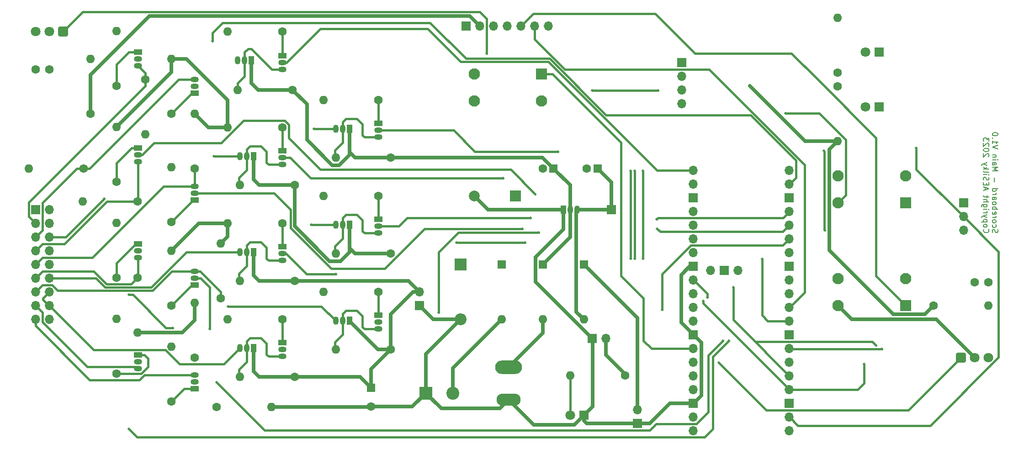
<source format=gbr>
%TF.GenerationSoftware,KiCad,Pcbnew,7.0.2*%
%TF.CreationDate,2023-07-21T23:10:52-07:00*%
%TF.ProjectId,Score-Board,53636f72-652d-4426-9f61-72642e6b6963,1*%
%TF.SameCoordinates,Original*%
%TF.FileFunction,Copper,L2,Bot*%
%TF.FilePolarity,Positive*%
%FSLAX46Y46*%
G04 Gerber Fmt 4.6, Leading zero omitted, Abs format (unit mm)*
G04 Created by KiCad (PCBNEW 7.0.2) date 2023-07-21 23:10:52*
%MOMM*%
%LPD*%
G01*
G04 APERTURE LIST*
G04 Aperture macros list*
%AMRoundRect*
0 Rectangle with rounded corners*
0 $1 Rounding radius*
0 $2 $3 $4 $5 $6 $7 $8 $9 X,Y pos of 4 corners*
0 Add a 4 corners polygon primitive as box body*
4,1,4,$2,$3,$4,$5,$6,$7,$8,$9,$2,$3,0*
0 Add four circle primitives for the rounded corners*
1,1,$1+$1,$2,$3*
1,1,$1+$1,$4,$5*
1,1,$1+$1,$6,$7*
1,1,$1+$1,$8,$9*
0 Add four rect primitives between the rounded corners*
20,1,$1+$1,$2,$3,$4,$5,0*
20,1,$1+$1,$4,$5,$6,$7,0*
20,1,$1+$1,$6,$7,$8,$9,0*
20,1,$1+$1,$8,$9,$2,$3,0*%
G04 Aperture macros list end*
%ADD10C,0.152400*%
%TA.AperFunction,NonConductor*%
%ADD11C,0.152400*%
%TD*%
%TA.AperFunction,ComponentPad*%
%ADD12O,1.700000X1.700000*%
%TD*%
%TA.AperFunction,ComponentPad*%
%ADD13R,1.700000X1.700000*%
%TD*%
%TA.AperFunction,ComponentPad*%
%ADD14C,1.600000*%
%TD*%
%TA.AperFunction,ComponentPad*%
%ADD15O,1.600000X1.600000*%
%TD*%
%TA.AperFunction,ComponentPad*%
%ADD16R,1.500000X1.050000*%
%TD*%
%TA.AperFunction,ComponentPad*%
%ADD17O,1.500000X1.050000*%
%TD*%
%TA.AperFunction,ComponentPad*%
%ADD18R,1.600000X1.600000*%
%TD*%
%TA.AperFunction,ComponentPad*%
%ADD19R,1.050000X1.500000*%
%TD*%
%TA.AperFunction,ComponentPad*%
%ADD20O,1.050000X1.500000*%
%TD*%
%TA.AperFunction,ComponentPad*%
%ADD21R,2.100000X2.100000*%
%TD*%
%TA.AperFunction,ComponentPad*%
%ADD22C,2.100000*%
%TD*%
%TA.AperFunction,ComponentPad*%
%ADD23R,2.400000X2.400000*%
%TD*%
%TA.AperFunction,ComponentPad*%
%ADD24C,2.400000*%
%TD*%
%TA.AperFunction,ComponentPad*%
%ADD25R,2.000000X2.000000*%
%TD*%
%TA.AperFunction,ComponentPad*%
%ADD26C,2.000000*%
%TD*%
%TA.AperFunction,ComponentPad*%
%ADD27O,5.000000X2.500000*%
%TD*%
%TA.AperFunction,ComponentPad*%
%ADD28O,4.500000X2.250000*%
%TD*%
%TA.AperFunction,ComponentPad*%
%ADD29R,1.800000X1.800000*%
%TD*%
%TA.AperFunction,ComponentPad*%
%ADD30C,1.800000*%
%TD*%
%TA.AperFunction,ComponentPad*%
%ADD31R,2.200000X2.200000*%
%TD*%
%TA.AperFunction,ComponentPad*%
%ADD32O,2.200000X2.200000*%
%TD*%
%TA.AperFunction,ComponentPad*%
%ADD33RoundRect,0.250200X-0.649800X-0.649800X0.649800X-0.649800X0.649800X0.649800X-0.649800X0.649800X0*%
%TD*%
%TA.AperFunction,ComponentPad*%
%ADD34RoundRect,0.250200X0.649800X0.649800X-0.649800X0.649800X-0.649800X-0.649800X0.649800X-0.649800X0*%
%TD*%
%TA.AperFunction,ViaPad*%
%ADD35C,0.508000*%
%TD*%
%TA.AperFunction,ViaPad*%
%ADD36C,0.635000*%
%TD*%
%TA.AperFunction,Conductor*%
%ADD37C,0.381000*%
%TD*%
%TA.AperFunction,Conductor*%
%ADD38C,0.711200*%
%TD*%
G04 APERTURE END LIST*
D10*
D11*
X221692640Y-84301476D02*
X221644259Y-84156333D01*
X221644259Y-84156333D02*
X221644259Y-83914428D01*
X221644259Y-83914428D02*
X221692640Y-83817666D01*
X221692640Y-83817666D02*
X221741020Y-83769285D01*
X221741020Y-83769285D02*
X221837782Y-83720904D01*
X221837782Y-83720904D02*
X221934544Y-83720904D01*
X221934544Y-83720904D02*
X222031306Y-83769285D01*
X222031306Y-83769285D02*
X222079687Y-83817666D01*
X222079687Y-83817666D02*
X222128068Y-83914428D01*
X222128068Y-83914428D02*
X222176449Y-84107952D01*
X222176449Y-84107952D02*
X222224830Y-84204714D01*
X222224830Y-84204714D02*
X222273211Y-84253095D01*
X222273211Y-84253095D02*
X222369973Y-84301476D01*
X222369973Y-84301476D02*
X222466735Y-84301476D01*
X222466735Y-84301476D02*
X222563497Y-84253095D01*
X222563497Y-84253095D02*
X222611878Y-84204714D01*
X222611878Y-84204714D02*
X222660259Y-84107952D01*
X222660259Y-84107952D02*
X222660259Y-83866047D01*
X222660259Y-83866047D02*
X222611878Y-83720904D01*
X221692640Y-82850047D02*
X221644259Y-82946809D01*
X221644259Y-82946809D02*
X221644259Y-83140333D01*
X221644259Y-83140333D02*
X221692640Y-83237095D01*
X221692640Y-83237095D02*
X221741020Y-83285476D01*
X221741020Y-83285476D02*
X221837782Y-83333857D01*
X221837782Y-83333857D02*
X222128068Y-83333857D01*
X222128068Y-83333857D02*
X222224830Y-83285476D01*
X222224830Y-83285476D02*
X222273211Y-83237095D01*
X222273211Y-83237095D02*
X222321592Y-83140333D01*
X222321592Y-83140333D02*
X222321592Y-82946809D01*
X222321592Y-82946809D02*
X222273211Y-82850047D01*
X221644259Y-82269476D02*
X221692640Y-82366238D01*
X221692640Y-82366238D02*
X221741020Y-82414619D01*
X221741020Y-82414619D02*
X221837782Y-82463000D01*
X221837782Y-82463000D02*
X222128068Y-82463000D01*
X222128068Y-82463000D02*
X222224830Y-82414619D01*
X222224830Y-82414619D02*
X222273211Y-82366238D01*
X222273211Y-82366238D02*
X222321592Y-82269476D01*
X222321592Y-82269476D02*
X222321592Y-82124333D01*
X222321592Y-82124333D02*
X222273211Y-82027571D01*
X222273211Y-82027571D02*
X222224830Y-81979190D01*
X222224830Y-81979190D02*
X222128068Y-81930809D01*
X222128068Y-81930809D02*
X221837782Y-81930809D01*
X221837782Y-81930809D02*
X221741020Y-81979190D01*
X221741020Y-81979190D02*
X221692640Y-82027571D01*
X221692640Y-82027571D02*
X221644259Y-82124333D01*
X221644259Y-82124333D02*
X221644259Y-82269476D01*
X221644259Y-81495381D02*
X222321592Y-81495381D01*
X222128068Y-81495381D02*
X222224830Y-81447000D01*
X222224830Y-81447000D02*
X222273211Y-81398619D01*
X222273211Y-81398619D02*
X222321592Y-81301857D01*
X222321592Y-81301857D02*
X222321592Y-81205095D01*
X221692640Y-80479381D02*
X221644259Y-80576143D01*
X221644259Y-80576143D02*
X221644259Y-80769667D01*
X221644259Y-80769667D02*
X221692640Y-80866429D01*
X221692640Y-80866429D02*
X221789401Y-80914810D01*
X221789401Y-80914810D02*
X222176449Y-80914810D01*
X222176449Y-80914810D02*
X222273211Y-80866429D01*
X222273211Y-80866429D02*
X222321592Y-80769667D01*
X222321592Y-80769667D02*
X222321592Y-80576143D01*
X222321592Y-80576143D02*
X222273211Y-80479381D01*
X222273211Y-80479381D02*
X222176449Y-80431000D01*
X222176449Y-80431000D02*
X222079687Y-80431000D01*
X222079687Y-80431000D02*
X221982925Y-80914810D01*
X221644259Y-79995572D02*
X222660259Y-79995572D01*
X222273211Y-79995572D02*
X222321592Y-79898810D01*
X222321592Y-79898810D02*
X222321592Y-79705286D01*
X222321592Y-79705286D02*
X222273211Y-79608524D01*
X222273211Y-79608524D02*
X222224830Y-79560143D01*
X222224830Y-79560143D02*
X222128068Y-79511762D01*
X222128068Y-79511762D02*
X221837782Y-79511762D01*
X221837782Y-79511762D02*
X221741020Y-79560143D01*
X221741020Y-79560143D02*
X221692640Y-79608524D01*
X221692640Y-79608524D02*
X221644259Y-79705286D01*
X221644259Y-79705286D02*
X221644259Y-79898810D01*
X221644259Y-79898810D02*
X221692640Y-79995572D01*
X221644259Y-78931191D02*
X221692640Y-79027953D01*
X221692640Y-79027953D02*
X221741020Y-79076334D01*
X221741020Y-79076334D02*
X221837782Y-79124715D01*
X221837782Y-79124715D02*
X222128068Y-79124715D01*
X222128068Y-79124715D02*
X222224830Y-79076334D01*
X222224830Y-79076334D02*
X222273211Y-79027953D01*
X222273211Y-79027953D02*
X222321592Y-78931191D01*
X222321592Y-78931191D02*
X222321592Y-78786048D01*
X222321592Y-78786048D02*
X222273211Y-78689286D01*
X222273211Y-78689286D02*
X222224830Y-78640905D01*
X222224830Y-78640905D02*
X222128068Y-78592524D01*
X222128068Y-78592524D02*
X221837782Y-78592524D01*
X221837782Y-78592524D02*
X221741020Y-78640905D01*
X221741020Y-78640905D02*
X221692640Y-78689286D01*
X221692640Y-78689286D02*
X221644259Y-78786048D01*
X221644259Y-78786048D02*
X221644259Y-78931191D01*
X221644259Y-77721667D02*
X222176449Y-77721667D01*
X222176449Y-77721667D02*
X222273211Y-77770048D01*
X222273211Y-77770048D02*
X222321592Y-77866810D01*
X222321592Y-77866810D02*
X222321592Y-78060334D01*
X222321592Y-78060334D02*
X222273211Y-78157096D01*
X221692640Y-77721667D02*
X221644259Y-77818429D01*
X221644259Y-77818429D02*
X221644259Y-78060334D01*
X221644259Y-78060334D02*
X221692640Y-78157096D01*
X221692640Y-78157096D02*
X221789401Y-78205477D01*
X221789401Y-78205477D02*
X221886163Y-78205477D01*
X221886163Y-78205477D02*
X221982925Y-78157096D01*
X221982925Y-78157096D02*
X222031306Y-78060334D01*
X222031306Y-78060334D02*
X222031306Y-77818429D01*
X222031306Y-77818429D02*
X222079687Y-77721667D01*
X221644259Y-77237858D02*
X222321592Y-77237858D01*
X222128068Y-77237858D02*
X222224830Y-77189477D01*
X222224830Y-77189477D02*
X222273211Y-77141096D01*
X222273211Y-77141096D02*
X222321592Y-77044334D01*
X222321592Y-77044334D02*
X222321592Y-76947572D01*
X221644259Y-76173477D02*
X222660259Y-76173477D01*
X221692640Y-76173477D02*
X221644259Y-76270239D01*
X221644259Y-76270239D02*
X221644259Y-76463763D01*
X221644259Y-76463763D02*
X221692640Y-76560525D01*
X221692640Y-76560525D02*
X221741020Y-76608906D01*
X221741020Y-76608906D02*
X221837782Y-76657287D01*
X221837782Y-76657287D02*
X222128068Y-76657287D01*
X222128068Y-76657287D02*
X222224830Y-76608906D01*
X222224830Y-76608906D02*
X222273211Y-76560525D01*
X222273211Y-76560525D02*
X222321592Y-76463763D01*
X222321592Y-76463763D02*
X222321592Y-76270239D01*
X222321592Y-76270239D02*
X222273211Y-76173477D01*
X222031306Y-74915573D02*
X222031306Y-74141478D01*
X221644259Y-72883573D02*
X222660259Y-72883573D01*
X222660259Y-72883573D02*
X221934544Y-72544906D01*
X221934544Y-72544906D02*
X222660259Y-72206239D01*
X222660259Y-72206239D02*
X221644259Y-72206239D01*
X221644259Y-71287001D02*
X222176449Y-71287001D01*
X222176449Y-71287001D02*
X222273211Y-71335382D01*
X222273211Y-71335382D02*
X222321592Y-71432144D01*
X222321592Y-71432144D02*
X222321592Y-71625668D01*
X222321592Y-71625668D02*
X222273211Y-71722430D01*
X221692640Y-71287001D02*
X221644259Y-71383763D01*
X221644259Y-71383763D02*
X221644259Y-71625668D01*
X221644259Y-71625668D02*
X221692640Y-71722430D01*
X221692640Y-71722430D02*
X221789401Y-71770811D01*
X221789401Y-71770811D02*
X221886163Y-71770811D01*
X221886163Y-71770811D02*
X221982925Y-71722430D01*
X221982925Y-71722430D02*
X222031306Y-71625668D01*
X222031306Y-71625668D02*
X222031306Y-71383763D01*
X222031306Y-71383763D02*
X222079687Y-71287001D01*
X221644259Y-70803192D02*
X222321592Y-70803192D01*
X222660259Y-70803192D02*
X222611878Y-70851573D01*
X222611878Y-70851573D02*
X222563497Y-70803192D01*
X222563497Y-70803192D02*
X222611878Y-70754811D01*
X222611878Y-70754811D02*
X222660259Y-70803192D01*
X222660259Y-70803192D02*
X222563497Y-70803192D01*
X222321592Y-70319382D02*
X221644259Y-70319382D01*
X222224830Y-70319382D02*
X222273211Y-70271001D01*
X222273211Y-70271001D02*
X222321592Y-70174239D01*
X222321592Y-70174239D02*
X222321592Y-70029096D01*
X222321592Y-70029096D02*
X222273211Y-69932334D01*
X222273211Y-69932334D02*
X222176449Y-69883953D01*
X222176449Y-69883953D02*
X221644259Y-69883953D01*
X222660259Y-68771192D02*
X221644259Y-68432525D01*
X221644259Y-68432525D02*
X222660259Y-68093858D01*
X221644259Y-67223001D02*
X221644259Y-67803573D01*
X221644259Y-67513287D02*
X222660259Y-67513287D01*
X222660259Y-67513287D02*
X222515116Y-67610049D01*
X222515116Y-67610049D02*
X222418354Y-67706811D01*
X222418354Y-67706811D02*
X222369973Y-67803573D01*
X221741020Y-66787573D02*
X221692640Y-66739192D01*
X221692640Y-66739192D02*
X221644259Y-66787573D01*
X221644259Y-66787573D02*
X221692640Y-66835954D01*
X221692640Y-66835954D02*
X221741020Y-66787573D01*
X221741020Y-66787573D02*
X221644259Y-66787573D01*
X222660259Y-66110239D02*
X222660259Y-66013477D01*
X222660259Y-66013477D02*
X222611878Y-65916715D01*
X222611878Y-65916715D02*
X222563497Y-65868334D01*
X222563497Y-65868334D02*
X222466735Y-65819953D01*
X222466735Y-65819953D02*
X222273211Y-65771572D01*
X222273211Y-65771572D02*
X222031306Y-65771572D01*
X222031306Y-65771572D02*
X221837782Y-65819953D01*
X221837782Y-65819953D02*
X221741020Y-65868334D01*
X221741020Y-65868334D02*
X221692640Y-65916715D01*
X221692640Y-65916715D02*
X221644259Y-66013477D01*
X221644259Y-66013477D02*
X221644259Y-66110239D01*
X221644259Y-66110239D02*
X221692640Y-66207001D01*
X221692640Y-66207001D02*
X221741020Y-66255382D01*
X221741020Y-66255382D02*
X221837782Y-66303763D01*
X221837782Y-66303763D02*
X222031306Y-66352144D01*
X222031306Y-66352144D02*
X222273211Y-66352144D01*
X222273211Y-66352144D02*
X222466735Y-66303763D01*
X222466735Y-66303763D02*
X222563497Y-66255382D01*
X222563497Y-66255382D02*
X222611878Y-66207001D01*
X222611878Y-66207001D02*
X222660259Y-66110239D01*
X220095100Y-83672523D02*
X220046720Y-83720904D01*
X220046720Y-83720904D02*
X219998339Y-83866047D01*
X219998339Y-83866047D02*
X219998339Y-83962809D01*
X219998339Y-83962809D02*
X220046720Y-84107952D01*
X220046720Y-84107952D02*
X220143481Y-84204714D01*
X220143481Y-84204714D02*
X220240243Y-84253095D01*
X220240243Y-84253095D02*
X220433767Y-84301476D01*
X220433767Y-84301476D02*
X220578910Y-84301476D01*
X220578910Y-84301476D02*
X220772434Y-84253095D01*
X220772434Y-84253095D02*
X220869196Y-84204714D01*
X220869196Y-84204714D02*
X220965958Y-84107952D01*
X220965958Y-84107952D02*
X221014339Y-83962809D01*
X221014339Y-83962809D02*
X221014339Y-83866047D01*
X221014339Y-83866047D02*
X220965958Y-83720904D01*
X220965958Y-83720904D02*
X220917577Y-83672523D01*
X219998339Y-83091952D02*
X220046720Y-83188714D01*
X220046720Y-83188714D02*
X220095100Y-83237095D01*
X220095100Y-83237095D02*
X220191862Y-83285476D01*
X220191862Y-83285476D02*
X220482148Y-83285476D01*
X220482148Y-83285476D02*
X220578910Y-83237095D01*
X220578910Y-83237095D02*
X220627291Y-83188714D01*
X220627291Y-83188714D02*
X220675672Y-83091952D01*
X220675672Y-83091952D02*
X220675672Y-82946809D01*
X220675672Y-82946809D02*
X220627291Y-82850047D01*
X220627291Y-82850047D02*
X220578910Y-82801666D01*
X220578910Y-82801666D02*
X220482148Y-82753285D01*
X220482148Y-82753285D02*
X220191862Y-82753285D01*
X220191862Y-82753285D02*
X220095100Y-82801666D01*
X220095100Y-82801666D02*
X220046720Y-82850047D01*
X220046720Y-82850047D02*
X219998339Y-82946809D01*
X219998339Y-82946809D02*
X219998339Y-83091952D01*
X220675672Y-82317857D02*
X219659672Y-82317857D01*
X220627291Y-82317857D02*
X220675672Y-82221095D01*
X220675672Y-82221095D02*
X220675672Y-82027571D01*
X220675672Y-82027571D02*
X220627291Y-81930809D01*
X220627291Y-81930809D02*
X220578910Y-81882428D01*
X220578910Y-81882428D02*
X220482148Y-81834047D01*
X220482148Y-81834047D02*
X220191862Y-81834047D01*
X220191862Y-81834047D02*
X220095100Y-81882428D01*
X220095100Y-81882428D02*
X220046720Y-81930809D01*
X220046720Y-81930809D02*
X219998339Y-82027571D01*
X219998339Y-82027571D02*
X219998339Y-82221095D01*
X219998339Y-82221095D02*
X220046720Y-82317857D01*
X220675672Y-81495381D02*
X219998339Y-81253476D01*
X220675672Y-81011571D02*
X219998339Y-81253476D01*
X219998339Y-81253476D02*
X219756434Y-81350238D01*
X219756434Y-81350238D02*
X219708053Y-81398619D01*
X219708053Y-81398619D02*
X219659672Y-81495381D01*
X219998339Y-80624524D02*
X220675672Y-80624524D01*
X220482148Y-80624524D02*
X220578910Y-80576143D01*
X220578910Y-80576143D02*
X220627291Y-80527762D01*
X220627291Y-80527762D02*
X220675672Y-80431000D01*
X220675672Y-80431000D02*
X220675672Y-80334238D01*
X219998339Y-79995572D02*
X220675672Y-79995572D01*
X221014339Y-79995572D02*
X220965958Y-80043953D01*
X220965958Y-80043953D02*
X220917577Y-79995572D01*
X220917577Y-79995572D02*
X220965958Y-79947191D01*
X220965958Y-79947191D02*
X221014339Y-79995572D01*
X221014339Y-79995572D02*
X220917577Y-79995572D01*
X220675672Y-79076333D02*
X219853196Y-79076333D01*
X219853196Y-79076333D02*
X219756434Y-79124714D01*
X219756434Y-79124714D02*
X219708053Y-79173095D01*
X219708053Y-79173095D02*
X219659672Y-79269857D01*
X219659672Y-79269857D02*
X219659672Y-79415000D01*
X219659672Y-79415000D02*
X219708053Y-79511762D01*
X220046720Y-79076333D02*
X219998339Y-79173095D01*
X219998339Y-79173095D02*
X219998339Y-79366619D01*
X219998339Y-79366619D02*
X220046720Y-79463381D01*
X220046720Y-79463381D02*
X220095100Y-79511762D01*
X220095100Y-79511762D02*
X220191862Y-79560143D01*
X220191862Y-79560143D02*
X220482148Y-79560143D01*
X220482148Y-79560143D02*
X220578910Y-79511762D01*
X220578910Y-79511762D02*
X220627291Y-79463381D01*
X220627291Y-79463381D02*
X220675672Y-79366619D01*
X220675672Y-79366619D02*
X220675672Y-79173095D01*
X220675672Y-79173095D02*
X220627291Y-79076333D01*
X219998339Y-78592524D02*
X221014339Y-78592524D01*
X219998339Y-78157095D02*
X220530529Y-78157095D01*
X220530529Y-78157095D02*
X220627291Y-78205476D01*
X220627291Y-78205476D02*
X220675672Y-78302238D01*
X220675672Y-78302238D02*
X220675672Y-78447381D01*
X220675672Y-78447381D02*
X220627291Y-78544143D01*
X220627291Y-78544143D02*
X220578910Y-78592524D01*
X220675672Y-77818429D02*
X220675672Y-77431381D01*
X221014339Y-77673286D02*
X220143481Y-77673286D01*
X220143481Y-77673286D02*
X220046720Y-77624905D01*
X220046720Y-77624905D02*
X219998339Y-77528143D01*
X219998339Y-77528143D02*
X219998339Y-77431381D01*
X220288624Y-76367001D02*
X220288624Y-75883191D01*
X219998339Y-76463763D02*
X221014339Y-76125096D01*
X221014339Y-76125096D02*
X219998339Y-75786429D01*
X220530529Y-75447763D02*
X220530529Y-75109096D01*
X219998339Y-74963953D02*
X219998339Y-75447763D01*
X219998339Y-75447763D02*
X221014339Y-75447763D01*
X221014339Y-75447763D02*
X221014339Y-74963953D01*
X220046720Y-74576906D02*
X219998339Y-74431763D01*
X219998339Y-74431763D02*
X219998339Y-74189858D01*
X219998339Y-74189858D02*
X220046720Y-74093096D01*
X220046720Y-74093096D02*
X220095100Y-74044715D01*
X220095100Y-74044715D02*
X220191862Y-73996334D01*
X220191862Y-73996334D02*
X220288624Y-73996334D01*
X220288624Y-73996334D02*
X220385386Y-74044715D01*
X220385386Y-74044715D02*
X220433767Y-74093096D01*
X220433767Y-74093096D02*
X220482148Y-74189858D01*
X220482148Y-74189858D02*
X220530529Y-74383382D01*
X220530529Y-74383382D02*
X220578910Y-74480144D01*
X220578910Y-74480144D02*
X220627291Y-74528525D01*
X220627291Y-74528525D02*
X220724053Y-74576906D01*
X220724053Y-74576906D02*
X220820815Y-74576906D01*
X220820815Y-74576906D02*
X220917577Y-74528525D01*
X220917577Y-74528525D02*
X220965958Y-74480144D01*
X220965958Y-74480144D02*
X221014339Y-74383382D01*
X221014339Y-74383382D02*
X221014339Y-74141477D01*
X221014339Y-74141477D02*
X220965958Y-73996334D01*
X219998339Y-73560906D02*
X220675672Y-73560906D01*
X221014339Y-73560906D02*
X220965958Y-73609287D01*
X220965958Y-73609287D02*
X220917577Y-73560906D01*
X220917577Y-73560906D02*
X220965958Y-73512525D01*
X220965958Y-73512525D02*
X221014339Y-73560906D01*
X221014339Y-73560906D02*
X220917577Y-73560906D01*
X219998339Y-72931953D02*
X220046720Y-73028715D01*
X220046720Y-73028715D02*
X220143481Y-73077096D01*
X220143481Y-73077096D02*
X221014339Y-73077096D01*
X219998339Y-72544906D02*
X221014339Y-72544906D01*
X220385386Y-72448144D02*
X219998339Y-72157858D01*
X220675672Y-72157858D02*
X220288624Y-72544906D01*
X220675672Y-71819192D02*
X219998339Y-71577287D01*
X220675672Y-71335382D02*
X219998339Y-71577287D01*
X219998339Y-71577287D02*
X219756434Y-71674049D01*
X219756434Y-71674049D02*
X219708053Y-71722430D01*
X219708053Y-71722430D02*
X219659672Y-71819192D01*
X220917577Y-70222621D02*
X220965958Y-70174240D01*
X220965958Y-70174240D02*
X221014339Y-70077478D01*
X221014339Y-70077478D02*
X221014339Y-69835573D01*
X221014339Y-69835573D02*
X220965958Y-69738811D01*
X220965958Y-69738811D02*
X220917577Y-69690430D01*
X220917577Y-69690430D02*
X220820815Y-69642049D01*
X220820815Y-69642049D02*
X220724053Y-69642049D01*
X220724053Y-69642049D02*
X220578910Y-69690430D01*
X220578910Y-69690430D02*
X219998339Y-70271002D01*
X219998339Y-70271002D02*
X219998339Y-69642049D01*
X221014339Y-69013097D02*
X221014339Y-68916335D01*
X221014339Y-68916335D02*
X220965958Y-68819573D01*
X220965958Y-68819573D02*
X220917577Y-68771192D01*
X220917577Y-68771192D02*
X220820815Y-68722811D01*
X220820815Y-68722811D02*
X220627291Y-68674430D01*
X220627291Y-68674430D02*
X220385386Y-68674430D01*
X220385386Y-68674430D02*
X220191862Y-68722811D01*
X220191862Y-68722811D02*
X220095100Y-68771192D01*
X220095100Y-68771192D02*
X220046720Y-68819573D01*
X220046720Y-68819573D02*
X219998339Y-68916335D01*
X219998339Y-68916335D02*
X219998339Y-69013097D01*
X219998339Y-69013097D02*
X220046720Y-69109859D01*
X220046720Y-69109859D02*
X220095100Y-69158240D01*
X220095100Y-69158240D02*
X220191862Y-69206621D01*
X220191862Y-69206621D02*
X220385386Y-69255002D01*
X220385386Y-69255002D02*
X220627291Y-69255002D01*
X220627291Y-69255002D02*
X220820815Y-69206621D01*
X220820815Y-69206621D02*
X220917577Y-69158240D01*
X220917577Y-69158240D02*
X220965958Y-69109859D01*
X220965958Y-69109859D02*
X221014339Y-69013097D01*
X220917577Y-68287383D02*
X220965958Y-68239002D01*
X220965958Y-68239002D02*
X221014339Y-68142240D01*
X221014339Y-68142240D02*
X221014339Y-67900335D01*
X221014339Y-67900335D02*
X220965958Y-67803573D01*
X220965958Y-67803573D02*
X220917577Y-67755192D01*
X220917577Y-67755192D02*
X220820815Y-67706811D01*
X220820815Y-67706811D02*
X220724053Y-67706811D01*
X220724053Y-67706811D02*
X220578910Y-67755192D01*
X220578910Y-67755192D02*
X219998339Y-68335764D01*
X219998339Y-68335764D02*
X219998339Y-67706811D01*
X221014339Y-67368145D02*
X221014339Y-66739192D01*
X221014339Y-66739192D02*
X220627291Y-67077859D01*
X220627291Y-67077859D02*
X220627291Y-66932716D01*
X220627291Y-66932716D02*
X220578910Y-66835954D01*
X220578910Y-66835954D02*
X220530529Y-66787573D01*
X220530529Y-66787573D02*
X220433767Y-66739192D01*
X220433767Y-66739192D02*
X220191862Y-66739192D01*
X220191862Y-66739192D02*
X220095100Y-66787573D01*
X220095100Y-66787573D02*
X220046720Y-66835954D01*
X220046720Y-66835954D02*
X219998339Y-66932716D01*
X219998339Y-66932716D02*
X219998339Y-67223002D01*
X219998339Y-67223002D02*
X220046720Y-67319764D01*
X220046720Y-67319764D02*
X220095100Y-67368145D01*
D12*
%TO.P,U1,43,SWDIO*%
%TO.N,unconnected-(U1-SWDIO-Pad43)*%
X169455000Y-91286000D03*
D13*
%TO.P,U1,42,GND*%
%TO.N,unconnected-(U1-GND-Pad42)*%
X171995000Y-91286000D03*
D12*
%TO.P,U1,41,SWCLK*%
%TO.N,unconnected-(U1-SWCLK-Pad41)*%
X174535000Y-91286000D03*
%TO.P,U1,40,VBUS*%
%TO.N,unconnected-(U1-VBUS-Pad40)*%
X166229100Y-121016000D03*
%TO.P,U1,39,VSYS*%
%TO.N,VSS*%
X166229100Y-118476000D03*
D13*
%TO.P,U1,38,GND*%
%TO.N,GND*%
X166229100Y-115936000D03*
D12*
%TO.P,U1,37,3V3_EN*%
%TO.N,unconnected-(U1-3V3_EN-Pad37)*%
X166229100Y-113396000D03*
%TO.P,U1,36,3V3*%
%TO.N,+3.3V*%
X166229100Y-110856000D03*
%TO.P,U1,35,ADC_VREF*%
%TO.N,unconnected-(U1-ADC_VREF-Pad35)*%
X166229100Y-108316000D03*
%TO.P,U1,34,GPIO28_ADC2*%
%TO.N,/IR_2*%
X166229100Y-105776000D03*
D13*
%TO.P,U1,33,AGND*%
%TO.N,GND*%
X166229100Y-103236000D03*
D12*
%TO.P,U1,32,GPIO27_ADC1*%
%TO.N,/IR_1*%
X166229100Y-100696000D03*
%TO.P,U1,31,GPIO26_ADC0*%
%TO.N,/BZR*%
X166229100Y-98156000D03*
%TO.P,U1,30,RUN*%
%TO.N,/RESET*%
X166229100Y-95616000D03*
%TO.P,U1,29,GPIO22*%
%TO.N,/DE.IND*%
X166229100Y-93076000D03*
D13*
%TO.P,U1,28,GND*%
%TO.N,GND*%
X166229100Y-90536000D03*
D12*
%TO.P,U1,27,GPIO21*%
%TO.N,/DE.C01*%
X166229100Y-87996000D03*
%TO.P,U1,26,GPIO20*%
%TO.N,/DE.C10*%
X166229100Y-85456000D03*
%TO.P,U1,25,GPIO19*%
%TO.N,/DE.B01*%
X166229100Y-82916000D03*
%TO.P,U1,24,GPIO18*%
%TO.N,/DE.B10*%
X166229100Y-80376000D03*
D13*
%TO.P,U1,23,GND*%
%TO.N,GND*%
X166229100Y-77836000D03*
D12*
%TO.P,U1,22,GPIO17*%
%TO.N,/DE.A01*%
X166229100Y-75296000D03*
%TO.P,U1,21,GPIO16*%
%TO.N,/DE.A10*%
X166229100Y-72756000D03*
%TO.P,U1,20,GPIO15*%
%TO.N,/SE.A*%
X184009100Y-72756000D03*
%TO.P,U1,19,GPIO14*%
%TO.N,/SE.B*%
X184009100Y-75296000D03*
D13*
%TO.P,U1,18,GND*%
%TO.N,GND*%
X184009100Y-77836000D03*
D12*
%TO.P,U1,17,GPIO13*%
%TO.N,/SE.C*%
X184009100Y-80376000D03*
%TO.P,U1,16,GPIO12*%
%TO.N,/SE.D*%
X184009100Y-82916000D03*
%TO.P,U1,15,GPIO11*%
%TO.N,/SE.E*%
X184009100Y-85456000D03*
%TO.P,U1,14,GPIO10*%
%TO.N,/SE.F*%
X184009100Y-87996000D03*
D13*
%TO.P,U1,13,GND*%
%TO.N,GND*%
X184009100Y-90536000D03*
D12*
%TO.P,U1,12,GPIO9*%
%TO.N,/SE.G*%
X184009100Y-93076000D03*
%TO.P,U1,11,GPIO8*%
%TO.N,/SE.P*%
X184009100Y-95616000D03*
%TO.P,U1,10,GPIO7*%
%TO.N,/DISP_CD*%
X184009100Y-98156000D03*
%TO.P,U1,9,GPIO6*%
%TO.N,/DISP_CS-*%
X184009100Y-100696000D03*
D13*
%TO.P,U1,8,GND*%
%TO.N,GND*%
X184009100Y-103236000D03*
D12*
%TO.P,U1,7,GPIO5*%
%TO.N,/CARD_CS-*%
X184009100Y-105776000D03*
%TO.P,U1,6,GPIO4*%
%TO.N,/SPIMI*%
X184009100Y-108316000D03*
%TO.P,U1,5,GPIO3*%
%TO.N,/SPIMO*%
X184009100Y-110856000D03*
%TO.P,U1,4,GPIO2*%
%TO.N,/SPICK*%
X184009100Y-113396000D03*
D13*
%TO.P,U1,3,GND*%
%TO.N,GND*%
X184009100Y-115936000D03*
D12*
%TO.P,U1,2,GPIO1*%
%TO.N,/ZRX*%
X184009100Y-118476000D03*
%TO.P,U1,1,GPIO0*%
%TO.N,/ZTX*%
X184009100Y-121016000D03*
%TD*%
D14*
%TO.P,C5,1*%
%TO.N,GND*%
X46900000Y-54015000D03*
%TO.P,C5,2*%
%TO.N,/VIR.B*%
X44400000Y-54015000D03*
%TD*%
%TO.P,C4,1*%
%TO.N,GND*%
X218390000Y-93512000D03*
%TO.P,C4,2*%
%TO.N,/VIR.A*%
X220890000Y-93512000D03*
%TD*%
%TO.P,R21,1*%
%TO.N,/SD.A*%
X64680000Y-55920000D03*
D15*
%TO.P,R21,2*%
%TO.N,GND*%
X64680000Y-66080000D03*
%TD*%
D14*
%TO.P,R26,1*%
%TO.N,/SD.F*%
X78650000Y-96433000D03*
D15*
%TO.P,R26,2*%
%TO.N,GND*%
X78650000Y-86273000D03*
%TD*%
D16*
%TO.P,Q21,1,E*%
%TO.N,Net-(Q21-E)*%
X63304000Y-106974000D03*
D17*
%TO.P,Q21,2,B*%
%TO.N,/SE.G*%
X63304000Y-108244000D03*
%TO.P,Q21,3,C*%
%TO.N,/SD.G*%
X63304000Y-109514000D03*
%TD*%
D18*
%TO.P,C1,1*%
%TO.N,+12V*%
X106500000Y-113070000D03*
D14*
%TO.P,C1,2*%
%TO.N,GND*%
X106500000Y-116570000D03*
%TD*%
%TO.P,R7,1*%
%TO.N,Net-(Q1-E)*%
X90080000Y-47030000D03*
D15*
%TO.P,R7,2*%
%TO.N,GND*%
X79920000Y-47030000D03*
%TD*%
D19*
%TO.P,Q9,1,E*%
%TO.N,+12V*%
X102526000Y-65078000D03*
D20*
%TO.P,Q9,2,B*%
%TO.N,Net-(Q2-C)*%
X101256000Y-65078000D03*
%TO.P,Q9,3,C*%
%TO.N,/DD.A01*%
X99986000Y-65078000D03*
%TD*%
D14*
%TO.P,R11,1*%
%TO.N,Net-(Q3-E)*%
X90080000Y-64810000D03*
D15*
%TO.P,R11,2*%
%TO.N,GND*%
X79920000Y-64810000D03*
%TD*%
D14*
%TO.P,R5,1*%
%TO.N,+3.3V*%
X153580000Y-110784000D03*
D15*
%TO.P,R5,2*%
%TO.N,Net-(LED1-A)*%
X143420000Y-110784000D03*
%TD*%
D16*
%TO.P,Q6,1,E*%
%TO.N,Net-(Q6-E)*%
X107881000Y-99608000D03*
D17*
%TO.P,Q6,2,B*%
%TO.N,/DE.C10*%
X107881000Y-100878000D03*
%TO.P,Q6,3,C*%
%TO.N,Net-(Q13-B)*%
X107881000Y-102148000D03*
%TD*%
D13*
%TO.P,TP1,1,Pin_1*%
%TO.N,+5V*%
X151040000Y-80050000D03*
%TD*%
D14*
%TO.P,R27,1*%
%TO.N,/SD.G*%
X77888000Y-116626000D03*
D15*
%TO.P,R27,2*%
%TO.N,GND*%
X88048000Y-116626000D03*
%TD*%
D19*
%TO.P,Q12,1,E*%
%TO.N,+12V*%
X84746000Y-87938000D03*
D20*
%TO.P,Q12,2,B*%
%TO.N,Net-(Q12-B)*%
X83476000Y-87938000D03*
%TO.P,Q12,3,C*%
%TO.N,/DD.C01*%
X82206000Y-87938000D03*
%TD*%
D21*
%TO.P,SW1,1,1*%
%TO.N,/RESET*%
X205550000Y-97790000D03*
D22*
%TO.P,SW1,2,2*%
%TO.N,GND*%
X193050000Y-97790000D03*
%TO.P,SW1,3*%
%TO.N,N/C*%
X205550000Y-92790000D03*
%TO.P,SW1,4*%
X193050000Y-92790000D03*
%TD*%
D14*
%TO.P,R25,1*%
%TO.N,/SD.E*%
X63283000Y-92623000D03*
D15*
%TO.P,R25,2*%
%TO.N,GND*%
X63283000Y-102783000D03*
%TD*%
D14*
%TO.P,R13,1*%
%TO.N,Net-(Q4-E)*%
X107860000Y-77510000D03*
D15*
%TO.P,R13,2*%
%TO.N,GND*%
X97700000Y-77510000D03*
%TD*%
D16*
%TO.P,Q1,1,E*%
%TO.N,Net-(Q1-E)*%
X90080000Y-51475000D03*
D17*
%TO.P,Q1,2,B*%
%TO.N,/DE.A10*%
X90080000Y-52745000D03*
%TO.P,Q1,3,C*%
%TO.N,Net-(Q1-C)*%
X90080000Y-54015000D03*
%TD*%
D19*
%TO.P,Q13,1,E*%
%TO.N,+12V*%
X102526000Y-100638000D03*
D20*
%TO.P,Q13,2,B*%
%TO.N,Net-(Q13-B)*%
X101256000Y-100638000D03*
%TO.P,Q13,3,C*%
%TO.N,/DD.C10*%
X99986000Y-100638000D03*
%TD*%
D16*
%TO.P,Q4,1,E*%
%TO.N,Net-(Q4-E)*%
X107881000Y-81828000D03*
D17*
%TO.P,Q4,2,B*%
%TO.N,/DE.B01*%
X107881000Y-83098000D03*
%TO.P,Q4,3,C*%
%TO.N,Net-(Q11-B)*%
X107881000Y-84368000D03*
%TD*%
D12*
%TO.P,J4,3,Pin_3*%
%TO.N,/ZTX*%
X216318000Y-83860000D03*
%TO.P,J4,2,Pin_2*%
%TO.N,/ZRX*%
X216318000Y-81320000D03*
D13*
%TO.P,J4,1,Pin_1*%
%TO.N,GND*%
X216318000Y-78780000D03*
%TD*%
D14*
%TO.P,R1,1,I*%
%TO.N,+3.3V*%
X210730000Y-97830000D03*
D15*
%TO.P,R1,2,O*%
%TO.N,/VIR.A*%
X220890000Y-97830000D03*
%TD*%
D18*
%TO.P,D3,1,K*%
%TO.N,+12V*%
X130720000Y-90210000D03*
D15*
%TO.P,D3,2,A*%
%TO.N,Net-(D3-A)*%
X130720000Y-100370000D03*
%TD*%
D14*
%TO.P,R18,1*%
%TO.N,+12V*%
X92366000Y-111038000D03*
D15*
%TO.P,R18,2*%
%TO.N,Net-(Q14-B)*%
X82206000Y-111038000D03*
%TD*%
D14*
%TO.P,R6,1*%
%TO.N,+12V*%
X91985000Y-57825000D03*
D15*
%TO.P,R6,2*%
%TO.N,Net-(Q1-C)*%
X81825000Y-57825000D03*
%TD*%
D14*
%TO.P,R10,1*%
%TO.N,+12V*%
X92366000Y-75478000D03*
D15*
%TO.P,R10,2*%
%TO.N,Net-(Q10-B)*%
X82206000Y-75478000D03*
%TD*%
D19*
%TO.P,Q8,1,E*%
%TO.N,+12V*%
X84365000Y-52385000D03*
D20*
%TO.P,Q8,2,B*%
%TO.N,Net-(Q1-C)*%
X83095000Y-52385000D03*
%TO.P,Q8,3,C*%
%TO.N,/DD.A10*%
X81825000Y-52385000D03*
%TD*%
D16*
%TO.P,Q17,1,E*%
%TO.N,Net-(Q17-E)*%
X63304000Y-68627000D03*
D17*
%TO.P,Q17,2,B*%
%TO.N,/SE.C*%
X63304000Y-69897000D03*
%TO.P,Q17,3,C*%
%TO.N,/SD.C*%
X63304000Y-71167000D03*
%TD*%
D23*
%TO.P,J2,1,Pin_1*%
%TO.N,GND*%
X116700000Y-114040000D03*
D24*
%TO.P,J2,2,Pin_2*%
%TO.N,Net-(D3-A)*%
X121700000Y-114040000D03*
%TD*%
D14*
%TO.P,R42,1*%
%TO.N,Net-(Q21-E)*%
X59346000Y-110410000D03*
D15*
%TO.P,R42,2*%
%TO.N,GND*%
X59346000Y-100250000D03*
%TD*%
D19*
%TO.P,Q11,1,E*%
%TO.N,+12V*%
X102526000Y-82858000D03*
D20*
%TO.P,Q11,2,B*%
%TO.N,Net-(Q11-B)*%
X101256000Y-82858000D03*
%TO.P,Q11,3,C*%
%TO.N,/DD.B01*%
X99986000Y-82858000D03*
%TD*%
D16*
%TO.P,Q15,1,E*%
%TO.N,Net-(Q15-E)*%
X63304000Y-50847000D03*
D17*
%TO.P,Q15,2,B*%
%TO.N,/SE.A*%
X63304000Y-52117000D03*
%TO.P,Q15,3,C*%
%TO.N,/SD.A*%
X63304000Y-53387000D03*
%TD*%
D16*
%TO.P,Q19,1,E*%
%TO.N,Net-(Q19-E)*%
X63304000Y-86407000D03*
D17*
%TO.P,Q19,2,B*%
%TO.N,/SE.E*%
X63304000Y-87677000D03*
%TO.P,Q19,3,C*%
%TO.N,/SD.E*%
X63304000Y-88947000D03*
%TD*%
D14*
%TO.P,R28,1*%
%TO.N,/SD.P*%
X73824000Y-107482000D03*
D15*
%TO.P,R28,2*%
%TO.N,GND*%
X73824000Y-97322000D03*
%TD*%
D14*
%TO.P,R15,1*%
%TO.N,Net-(Q5-E)*%
X90080000Y-82590000D03*
D15*
%TO.P,R15,2*%
%TO.N,GND*%
X79920000Y-82590000D03*
%TD*%
D14*
%TO.P,R12,1*%
%TO.N,+12V*%
X110146000Y-88178000D03*
D15*
%TO.P,R12,2*%
%TO.N,Net-(Q11-B)*%
X99986000Y-88178000D03*
%TD*%
D14*
%TO.P,R16,1*%
%TO.N,+12V*%
X110146000Y-105958000D03*
D15*
%TO.P,R16,2*%
%TO.N,Net-(Q13-B)*%
X99986000Y-105958000D03*
%TD*%
D14*
%TO.P,R33,1*%
%TO.N,Net-(Q16-E)*%
X69506000Y-62270000D03*
D15*
%TO.P,R33,2*%
%TO.N,GND*%
X69506000Y-52110000D03*
%TD*%
D21*
%TO.P,SW2,1,1*%
%TO.N,GND*%
X205550000Y-78740000D03*
D22*
%TO.P,SW2,2,2*%
%TO.N,/NWK_SEL*%
X193050000Y-78740000D03*
%TO.P,SW2,3*%
%TO.N,N/C*%
X205550000Y-73740000D03*
%TO.P,SW2,4*%
X193050000Y-73740000D03*
%TD*%
D16*
%TO.P,Q18,1,E*%
%TO.N,Net-(Q18-E)*%
X73824000Y-78272000D03*
D17*
%TO.P,Q18,2,B*%
%TO.N,/SE.D*%
X73824000Y-77002000D03*
%TO.P,Q18,3,C*%
%TO.N,/SD.D*%
X73824000Y-75732000D03*
%TD*%
D16*
%TO.P,Q2,1,E*%
%TO.N,Net-(Q2-E)*%
X107881000Y-64048000D03*
D17*
%TO.P,Q2,2,B*%
%TO.N,/DE.A01*%
X107881000Y-65318000D03*
%TO.P,Q2,3,C*%
%TO.N,Net-(Q2-C)*%
X107881000Y-66588000D03*
%TD*%
D18*
%TO.P,D4,1,K*%
%TO.N,VSS*%
X145960000Y-90210000D03*
D15*
%TO.P,D4,2,A*%
%TO.N,+5V*%
X145960000Y-100370000D03*
%TD*%
D13*
%TO.P,Conn1,1,Pin_1*%
%TO.N,GND*%
X44360000Y-80050000D03*
D12*
%TO.P,Conn1,2,Pin_2*%
%TO.N,/DD.A10*%
X46900000Y-80050000D03*
%TO.P,Conn1,3,Pin_3*%
%TO.N,/SD.A*%
X44360000Y-82590000D03*
%TO.P,Conn1,4,Pin_4*%
%TO.N,/DD.A01*%
X46900000Y-82590000D03*
%TO.P,Conn1,5,Pin_5*%
%TO.N,/SD.B*%
X44360000Y-85130000D03*
%TO.P,Conn1,6,Pin_6*%
%TO.N,/DD.B10*%
X46900000Y-85130000D03*
%TO.P,Conn1,7,Pin_7*%
%TO.N,/SD.C*%
X44360000Y-87670000D03*
%TO.P,Conn1,8,Pin_8*%
%TO.N,/DD.B01*%
X46900000Y-87670000D03*
%TO.P,Conn1,9,Pin_9*%
%TO.N,/SD.D*%
X44360000Y-90210000D03*
%TO.P,Conn1,10,Pin_10*%
%TO.N,/DD.C10*%
X46900000Y-90210000D03*
%TO.P,Conn1,11,Pin_11*%
%TO.N,/SD.E*%
X44360000Y-92750000D03*
%TO.P,Conn1,12,Pin_12*%
%TO.N,/DD.C01*%
X46900000Y-92750000D03*
%TO.P,Conn1,13,Pin_13*%
%TO.N,/SD.F*%
X44360000Y-95290000D03*
%TO.P,Conn1,14,Pin_14*%
%TO.N,/DD.IND*%
X46900000Y-95290000D03*
%TO.P,Conn1,15,Pin_15*%
%TO.N,/SD.G*%
X44360000Y-97830000D03*
%TO.P,Conn1,16,Pin_16*%
%TO.N,/DD.IND*%
X46900000Y-97830000D03*
%TO.P,Conn1,17,Pin_17*%
%TO.N,/SD.P*%
X44360000Y-100370000D03*
%TO.P,Conn1,18,Pin_18*%
%TO.N,GND*%
X46900000Y-100370000D03*
%TD*%
D19*
%TO.P,U5,1,GND*%
%TO.N,GND*%
X142150000Y-80050000D03*
D20*
%TO.P,U5,2,VI*%
%TO.N,+12V*%
X143420000Y-80050000D03*
%TO.P,U5,3,VO*%
%TO.N,+5V*%
X144690000Y-80050000D03*
%TD*%
D14*
%TO.P,R2,1,I*%
%TO.N,+3.3V*%
X54520000Y-62270000D03*
D15*
%TO.P,R2,2,O*%
%TO.N,/VIR.B*%
X54520000Y-52110000D03*
%TD*%
D16*
%TO.P,Q3,1,E*%
%TO.N,Net-(Q3-E)*%
X90101000Y-69128000D03*
D17*
%TO.P,Q3,2,B*%
%TO.N,/DE.B10*%
X90101000Y-70398000D03*
%TO.P,Q3,3,C*%
%TO.N,Net-(Q10-B)*%
X90101000Y-71668000D03*
%TD*%
D14*
%TO.P,R9,1*%
%TO.N,Net-(Q2-E)*%
X107860000Y-59730000D03*
D15*
%TO.P,R9,2*%
%TO.N,GND*%
X97700000Y-59730000D03*
%TD*%
D14*
%TO.P,R19,1*%
%TO.N,Net-(Q7-E)*%
X90080000Y-100370000D03*
D15*
%TO.P,R19,2*%
%TO.N,GND*%
X79920000Y-100370000D03*
%TD*%
D14*
%TO.P,R20,1*%
%TO.N,Net-(Q15-E)*%
X59346000Y-57070000D03*
D15*
%TO.P,R20,2*%
%TO.N,GND*%
X59346000Y-46910000D03*
%TD*%
D14*
%TO.P,R41,1*%
%TO.N,Net-(Q20-E)*%
X69506000Y-97830000D03*
D15*
%TO.P,R41,2*%
%TO.N,GND*%
X69506000Y-87670000D03*
%TD*%
D18*
%TO.P,C3,1*%
%TO.N,+5V*%
X148500000Y-72430000D03*
D14*
%TO.P,C3,2*%
%TO.N,GND*%
X146500000Y-72430000D03*
%TD*%
%TO.P,R40,1*%
%TO.N,Net-(Q19-E)*%
X59346000Y-92630000D03*
D15*
%TO.P,R40,2*%
%TO.N,GND*%
X59346000Y-82470000D03*
%TD*%
D25*
%TO.P,BZ1,1,-*%
%TO.N,/BZR*%
X133240000Y-77510000D03*
D26*
%TO.P,BZ1,2,+*%
%TO.N,GND*%
X125640000Y-77510000D03*
%TD*%
D27*
%TO.P,J1,1*%
%TO.N,Net-(D2-A)*%
X131990000Y-109265200D03*
D28*
%TO.P,J1,2*%
%TO.N,GND*%
X131990000Y-115265200D03*
%TD*%
D29*
%TO.P,LED2,1,K*%
%TO.N,Net-(LED2-K)*%
X200677500Y-50840000D03*
D30*
%TO.P,LED2,2,A*%
%TO.N,Net-(LED2-A)*%
X198137500Y-50840000D03*
%TD*%
D13*
%TO.P,J5,1,Pin_1*%
%TO.N,GND*%
X164121000Y-52755000D03*
D12*
%TO.P,J5,2,Pin_2*%
%TO.N,+3.3V*%
X164121000Y-55295000D03*
%TO.P,J5,3,Pin_3*%
%TO.N,/CC_CLK*%
X164121000Y-57835000D03*
%TO.P,J5,4,Pin_4*%
%TO.N,/CC_SDA*%
X164121000Y-60375000D03*
%TD*%
D13*
%TO.P,J6,1,Pin_1*%
%TO.N,GND*%
X147484000Y-103926000D03*
D12*
%TO.P,J6,2,Pin_2*%
%TO.N,+3.3V*%
X150024000Y-103926000D03*
%TD*%
D16*
%TO.P,Q16,1,E*%
%TO.N,Net-(Q16-E)*%
X73824000Y-58460000D03*
D17*
%TO.P,Q16,2,B*%
%TO.N,/SE.B*%
X73824000Y-57190000D03*
%TO.P,Q16,3,C*%
%TO.N,/SD.B*%
X73824000Y-55920000D03*
%TD*%
D14*
%TO.P,R43,1*%
%TO.N,Net-(Q22-E)*%
X69506000Y-115610000D03*
D15*
%TO.P,R43,2*%
%TO.N,GND*%
X69506000Y-105450000D03*
%TD*%
D14*
%TO.P,R17,1*%
%TO.N,Net-(Q6-E)*%
X107860000Y-95290000D03*
D15*
%TO.P,R17,2*%
%TO.N,GND*%
X97700000Y-95290000D03*
%TD*%
D13*
%TO.P,J7,1,Pin_1*%
%TO.N,GND*%
X115480000Y-97830000D03*
D12*
%TO.P,J7,2,Pin_2*%
%TO.N,+12V*%
X115480000Y-95290000D03*
%TD*%
D14*
%TO.P,R14,1*%
%TO.N,+12V*%
X92366000Y-93258000D03*
D15*
%TO.P,R14,2*%
%TO.N,Net-(Q12-B)*%
X82206000Y-93258000D03*
%TD*%
D31*
%TO.P,D1,1,K*%
%TO.N,+12V*%
X123100000Y-90210000D03*
D32*
%TO.P,D1,2,A*%
%TO.N,GND*%
X123100000Y-100370000D03*
%TD*%
D16*
%TO.P,Q20,1,E*%
%TO.N,Net-(Q20-E)*%
X73824000Y-94020000D03*
D17*
%TO.P,Q20,2,B*%
%TO.N,/SE.F*%
X73824000Y-92750000D03*
%TO.P,Q20,3,C*%
%TO.N,/SD.F*%
X73824000Y-91480000D03*
%TD*%
D33*
%TO.P,IR1,1,OUT*%
%TO.N,/IR_1*%
X215810000Y-107473000D03*
D30*
%TO.P,IR1,2,GND*%
%TO.N,GND*%
X218350000Y-107473000D03*
%TO.P,IR1,3,Vs*%
%TO.N,/VIR.A*%
X220890000Y-107473000D03*
%TD*%
D14*
%TO.P,R24,1*%
%TO.N,/SD.D*%
X73824000Y-72430000D03*
D15*
%TO.P,R24,2*%
%TO.N,GND*%
X73824000Y-62270000D03*
%TD*%
D14*
%TO.P,R3,1*%
%TO.N,Net-(LED2-A)*%
X192950000Y-54650000D03*
D15*
%TO.P,R3,2*%
%TO.N,+3.3V*%
X192950000Y-44490000D03*
%TD*%
D14*
%TO.P,R34,1*%
%TO.N,Net-(Q17-E)*%
X59346000Y-74850000D03*
D15*
%TO.P,R34,2*%
%TO.N,GND*%
X59346000Y-64690000D03*
%TD*%
D19*
%TO.P,Q14,1,E*%
%TO.N,+12V*%
X84746000Y-105718000D03*
D20*
%TO.P,Q14,2,B*%
%TO.N,Net-(Q14-B)*%
X83476000Y-105718000D03*
%TO.P,Q14,3,C*%
%TO.N,/DD.IND*%
X82206000Y-105718000D03*
%TD*%
D14*
%TO.P,R8,1*%
%TO.N,+12V*%
X110146000Y-70398000D03*
D15*
%TO.P,R8,2*%
%TO.N,Net-(Q2-C)*%
X99986000Y-70398000D03*
%TD*%
D14*
%TO.P,R4,1*%
%TO.N,Net-(LED3-A)*%
X192950000Y-57190000D03*
D15*
%TO.P,R4,2*%
%TO.N,+3.3V*%
X192950000Y-67350000D03*
%TD*%
D18*
%TO.P,D2,1,K*%
%TO.N,+12V*%
X138340000Y-90210000D03*
D15*
%TO.P,D2,2,A*%
%TO.N,Net-(D2-A)*%
X138340000Y-100370000D03*
%TD*%
D18*
%TO.P,C2,1*%
%TO.N,+12V*%
X140340000Y-72430000D03*
D14*
%TO.P,C2,2*%
%TO.N,GND*%
X138340000Y-72430000D03*
%TD*%
D16*
%TO.P,Q7,1,E*%
%TO.N,Net-(Q7-E)*%
X90101000Y-104688000D03*
D17*
%TO.P,Q7,2,B*%
%TO.N,/DE.IND*%
X90101000Y-105958000D03*
%TO.P,Q7,3,C*%
%TO.N,Net-(Q14-B)*%
X90101000Y-107228000D03*
%TD*%
D13*
%TO.P,J8,1,Pin_1*%
%TO.N,GND*%
X155866000Y-119674000D03*
D12*
%TO.P,J8,2,Pin_2*%
%TO.N,VSS*%
X155866000Y-117134000D03*
%TD*%
D19*
%TO.P,Q10,1,E*%
%TO.N,+12V*%
X84746000Y-70158000D03*
D20*
%TO.P,Q10,2,B*%
%TO.N,Net-(Q10-B)*%
X83476000Y-70158000D03*
%TO.P,Q10,3,C*%
%TO.N,/DD.B10*%
X82206000Y-70158000D03*
%TD*%
D29*
%TO.P,LED3,1,K*%
%TO.N,Net-(LED3-K)*%
X200677500Y-61000000D03*
D30*
%TO.P,LED3,2,A*%
%TO.N,Net-(LED3-A)*%
X198137500Y-61000000D03*
%TD*%
D14*
%TO.P,R23,1*%
%TO.N,/SD.C*%
X63283000Y-78526000D03*
D15*
%TO.P,R23,2*%
%TO.N,GND*%
X53123000Y-78526000D03*
%TD*%
D14*
%TO.P,R39,1*%
%TO.N,Net-(Q18-E)*%
X69506000Y-82336000D03*
D15*
%TO.P,R39,2*%
%TO.N,GND*%
X69506000Y-72176000D03*
%TD*%
D29*
%TO.P,LED1,1,K*%
%TO.N,GND*%
X145960000Y-118150000D03*
D30*
%TO.P,LED1,2,A*%
%TO.N,Net-(LED1-A)*%
X143420000Y-118150000D03*
%TD*%
D16*
%TO.P,Q22,1,E*%
%TO.N,Net-(Q22-E)*%
X73824000Y-113197000D03*
D17*
%TO.P,Q22,2,B*%
%TO.N,/SE.P*%
X73824000Y-111927000D03*
%TO.P,Q22,3,C*%
%TO.N,/SD.P*%
X73824000Y-110657000D03*
%TD*%
D14*
%TO.P,R22,1*%
%TO.N,/SD.B*%
X53250000Y-72430000D03*
D15*
%TO.P,R22,2*%
%TO.N,GND*%
X43090000Y-72430000D03*
%TD*%
D16*
%TO.P,Q5,1,E*%
%TO.N,Net-(Q5-E)*%
X90101000Y-86908000D03*
D17*
%TO.P,Q5,2,B*%
%TO.N,/DE.C01*%
X90101000Y-88178000D03*
%TO.P,Q5,3,C*%
%TO.N,Net-(Q12-B)*%
X90101000Y-89448000D03*
%TD*%
D34*
%TO.P,IR2,1,OUT*%
%TO.N,/IR_2*%
X49440000Y-47030000D03*
D30*
%TO.P,IR2,2,GND*%
%TO.N,GND*%
X46900000Y-47030000D03*
%TO.P,IR2,3,Vs*%
%TO.N,/VIR.B*%
X44360000Y-47030000D03*
%TD*%
D13*
%TO.P,J3,1,Pin_1*%
%TO.N,GND*%
X124137237Y-45984919D03*
D12*
%TO.P,J3,2,Pin_2*%
%TO.N,+3.3V*%
X126677237Y-45984919D03*
%TO.P,J3,3,Pin_3*%
%TO.N,/SPICK*%
X129217237Y-45984919D03*
%TO.P,J3,4,Pin_4*%
%TO.N,/SPIMO*%
X131757237Y-45984919D03*
%TO.P,J3,5,Pin_5*%
%TO.N,/RESET*%
X134297237Y-45984919D03*
%TO.P,J3,6,Pin_6*%
%TO.N,/DISP_CD*%
X136837237Y-45984919D03*
%TO.P,J3,7,Pin_7*%
%TO.N,/DISP_CS-*%
X139377237Y-45984919D03*
%TD*%
D21*
%TO.P,SW3,1,1*%
%TO.N,/IR_2*%
X138124237Y-54914919D03*
D22*
%TO.P,SW3,2,2*%
%TO.N,GND*%
X125624237Y-54914919D03*
%TO.P,SW3,3*%
%TO.N,N/C*%
X138124237Y-59914919D03*
%TO.P,SW3,4*%
X125624237Y-59914919D03*
%TD*%
D35*
%TO.N,/SE.A*%
X159676000Y-57952000D03*
X147484000Y-57952000D03*
%TO.N,/DISP_CS-*%
X178980000Y-89194000D03*
X156882000Y-89067000D03*
X156882000Y-72811000D03*
%TO.N,/SPIMO*%
X173646000Y-94401000D03*
X155358000Y-89067000D03*
X155358000Y-72811000D03*
%TO.N,/SPICK*%
X154596000Y-72811000D03*
X154596000Y-89067000D03*
X168058000Y-96941000D03*
%TO.N,/SE.G*%
X172793000Y-104343000D03*
%TO.N,/IR_1*%
X170979000Y-108371000D03*
%TO.N,/SPIMO*%
X200062000Y-105196000D03*
%TO.N,/SPICK*%
X197890000Y-108625000D03*
%TO.N,/SE.F*%
X171741000Y-104307000D03*
%TO.N,/ZTX*%
X190601000Y-83860000D03*
%TO.N,/RESET*%
X189203500Y-55856500D03*
%TO.N,/DD.A01*%
X95922000Y-65064000D03*
%TO.N,/DD.B10*%
X57060000Y-78018000D03*
X77380000Y-70144000D03*
%TO.N,/DD.B01*%
X95414000Y-82844000D03*
%TO.N,/DD.C10*%
X80047000Y-97957000D03*
D36*
%TO.N,+3.3V*%
X176713500Y-57082500D03*
X120814000Y-44109000D03*
D35*
%TO.N,/DE.A01*%
X141134000Y-69255000D03*
%TO.N,/DE.B10*%
X130974000Y-74208000D03*
%TO.N,/DE.B01*%
X136054000Y-81574000D03*
%TO.N,/DE.C01*%
X99986000Y-91988000D03*
X122338000Y-86146000D03*
X135038000Y-86146000D03*
%TO.N,/DE.C10*%
X119036000Y-99100000D03*
X137578000Y-84291800D03*
%TO.N,/DE.IND*%
X168820000Y-96306000D03*
%TO.N,/SE.B*%
X77126000Y-48808000D03*
%TO.N,/SE.C*%
X159422000Y-81828000D03*
X136943000Y-77129000D03*
%TO.N,/SE.D*%
X159549000Y-83606000D03*
X134530000Y-83606000D03*
%TO.N,/SE.E*%
X61632000Y-95798000D03*
X69792284Y-101958000D03*
X160438000Y-98592000D03*
%TO.N,/SE.F*%
X76618000Y-102148000D03*
X77888000Y-112054000D03*
%TO.N,/SE.G*%
X61632000Y-120690000D03*
%TO.N,/NWK_SEL*%
X183298000Y-62162501D03*
%TO.N,/ZTX*%
X190410000Y-69128000D03*
%TO.N,/ZRX*%
X207555000Y-68620000D03*
%TO.N,/IR_2*%
X127926000Y-51094000D03*
%TO.N,/CARD_CS-*%
X201190001Y-105831000D03*
%TD*%
D37*
%TO.N,/SE.A*%
X147484000Y-57952000D02*
X159676000Y-57952000D01*
%TO.N,/SE.B*%
X77126000Y-47284000D02*
X77126000Y-48808000D01*
X79031499Y-45378501D02*
X77126000Y-47284000D01*
X117441026Y-45378501D02*
X79031499Y-45378501D01*
X139615724Y-52059200D02*
X124121725Y-52059200D01*
X124121725Y-52059200D02*
X117441026Y-45378501D01*
X176868938Y-62524000D02*
X150080524Y-62524000D01*
X185278300Y-70933362D02*
X176868938Y-62524000D01*
X150080524Y-62524000D02*
X139615724Y-52059200D01*
X185278300Y-74077700D02*
X185278300Y-70933362D01*
X184060000Y-75296000D02*
X185278300Y-74077700D01*
D38*
%TO.N,+3.3V*%
X186981000Y-67350000D02*
X192950000Y-67350000D01*
X176713500Y-57082500D02*
X186981000Y-67350000D01*
D37*
%TO.N,/SPIMO*%
X199358400Y-104492400D02*
X200062000Y-105196000D01*
X177696400Y-104492400D02*
X199358400Y-104492400D01*
X179579000Y-106375000D02*
X177696400Y-104492400D01*
X179579000Y-106425900D02*
X179579000Y-106375000D01*
X184009100Y-110856000D02*
X179579000Y-106425900D01*
X173646000Y-100442000D02*
X179579000Y-106375000D01*
X173646000Y-94401000D02*
X173646000Y-100442000D01*
%TO.N,/SD.B*%
X70891370Y-55920000D02*
X73824000Y-55920000D01*
X54381370Y-72430000D02*
X70891370Y-55920000D01*
X53250000Y-72430000D02*
X54381370Y-72430000D01*
D38*
%TO.N,GND*%
X136968500Y-93410500D02*
X147484000Y-103926000D01*
X136968500Y-88838500D02*
X136968500Y-93410500D01*
X142150000Y-80050000D02*
X142150000Y-83657000D01*
X142150000Y-83657000D02*
X136968500Y-88838500D01*
X195598600Y-100338600D02*
X193050000Y-97790000D01*
X211215600Y-100338600D02*
X195598600Y-100338600D01*
X218350000Y-107473000D02*
X211215600Y-100338600D01*
D37*
%TO.N,/DISP_CD*%
X136837237Y-48448237D02*
X136837237Y-45984919D01*
X142404000Y-54015000D02*
X136837237Y-48448237D01*
X186854000Y-71718800D02*
X169150200Y-54015000D01*
X186854000Y-95362000D02*
X186854000Y-71718800D01*
X169150200Y-54015000D02*
X142404000Y-54015000D01*
X184060000Y-98156000D02*
X186854000Y-95362000D01*
%TO.N,/DISP_CS-*%
X178980000Y-99625000D02*
X178980000Y-89194000D01*
X180051000Y-100696000D02*
X178980000Y-99625000D01*
X184060000Y-100696000D02*
X180051000Y-100696000D01*
%TO.N,/SE.G*%
X63176300Y-122234300D02*
X61632000Y-120690000D01*
X169836000Y-120690000D02*
X168291700Y-122234300D01*
X168291700Y-122234300D02*
X63176300Y-122234300D01*
X169836000Y-107300000D02*
X169836000Y-120690000D01*
X172793000Y-104343000D02*
X169836000Y-107300000D01*
%TO.N,/DISP_CS-*%
X156882000Y-72811000D02*
X156882000Y-89067000D01*
%TO.N,/SPIMO*%
X155358000Y-89067000D02*
X155358000Y-72811000D01*
%TO.N,/SPICK*%
X154596000Y-89067000D02*
X154596000Y-72811000D01*
%TO.N,/DE.A01*%
X125767000Y-69255000D02*
X121830000Y-65318000D01*
X121830000Y-65318000D02*
X107881000Y-65318000D01*
X141134000Y-69255000D02*
X125767000Y-69255000D01*
%TO.N,/IR_2*%
X53123000Y-43347000D02*
X49440000Y-47030000D01*
X127933637Y-44624637D02*
X126656000Y-43347000D01*
X127933637Y-51086363D02*
X127933637Y-44624637D01*
X126656000Y-43347000D02*
X53123000Y-43347000D01*
X127926000Y-51094000D02*
X127933637Y-51086363D01*
X152818000Y-67632262D02*
X140100657Y-54914919D01*
X157009000Y-96505000D02*
X152818000Y-92314000D01*
X157009000Y-104307000D02*
X157009000Y-96505000D01*
X158478000Y-105776000D02*
X157009000Y-104307000D01*
X166280000Y-105776000D02*
X158478000Y-105776000D01*
X152818000Y-92314000D02*
X152818000Y-67632262D01*
X140100657Y-54914919D02*
X138124237Y-54914919D01*
%TO.N,/SE.D*%
X160077300Y-84134300D02*
X182841700Y-84134300D01*
X159549000Y-83606000D02*
X160077300Y-84134300D01*
X182841700Y-84134300D02*
X184060000Y-82916000D01*
%TO.N,/SE.C*%
X166804937Y-81574000D02*
X182862000Y-81574000D01*
X159655700Y-81594300D02*
X166784637Y-81594300D01*
X166784637Y-81594300D02*
X166804937Y-81574000D01*
X182862000Y-81574000D02*
X184060000Y-80376000D01*
X159422000Y-81828000D02*
X159655700Y-81594300D01*
%TO.N,/SPICK*%
X168058000Y-97394000D02*
X168058000Y-96941000D01*
X184060000Y-113396000D02*
X168058000Y-97394000D01*
D38*
%TO.N,GND*%
X163994000Y-100950000D02*
X166280000Y-103236000D01*
X165573000Y-90536000D02*
X163994000Y-92115000D01*
X163994000Y-92115000D02*
X163994000Y-100950000D01*
X166280000Y-90536000D02*
X165573000Y-90536000D01*
D37*
%TO.N,/SE.F*%
X86789800Y-120955800D02*
X77888000Y-112054000D01*
X169023200Y-117545539D02*
X166810939Y-119757800D01*
X159338200Y-119757800D02*
X158140200Y-120955800D01*
X169023200Y-107024800D02*
X169023200Y-117545539D01*
X158140200Y-120955800D02*
X86789800Y-120955800D01*
X171741000Y-104307000D02*
X169023200Y-107024800D01*
X166810939Y-119757800D02*
X159338200Y-119757800D01*
%TO.N,/SPICK*%
X196688000Y-113396000D02*
X184060000Y-113396000D01*
X197890000Y-108625000D02*
X197890000Y-112194000D01*
X197890000Y-112194000D02*
X196688000Y-113396000D01*
%TO.N,/CARD_CS-*%
X184115000Y-105831000D02*
X184060000Y-105776000D01*
X201190001Y-105831000D02*
X184115000Y-105831000D01*
%TO.N,/ZTX*%
X190537000Y-69255000D02*
X190410000Y-69128000D01*
X190537000Y-83796000D02*
X190537000Y-69255000D01*
X190601000Y-83860000D02*
X190537000Y-83796000D01*
%TO.N,/ZRX*%
X207555000Y-68620000D02*
X207555000Y-72557000D01*
X207555000Y-72557000D02*
X216318000Y-81320000D01*
D38*
%TO.N,+3.3V*%
X203294500Y-99411500D02*
X209148500Y-99411500D01*
X191426000Y-87543000D02*
X203294500Y-99411500D01*
X191426000Y-68874000D02*
X191426000Y-87543000D01*
X192950000Y-67350000D02*
X191426000Y-68874000D01*
X209148500Y-99411500D02*
X210730000Y-97830000D01*
D37*
%TO.N,/DE.A10*%
X90897800Y-52745000D02*
X90080000Y-52745000D01*
X97120800Y-46522000D02*
X90897800Y-52745000D01*
X123100000Y-52618000D02*
X117004000Y-46522000D01*
X117004000Y-46522000D02*
X97120800Y-46522000D01*
X139384262Y-52618000D02*
X123100000Y-52618000D01*
X159522262Y-72756000D02*
X139384262Y-52618000D01*
X166280000Y-72756000D02*
X159522262Y-72756000D01*
%TO.N,/NWK_SEL*%
X194468300Y-77321700D02*
X193050000Y-78740000D01*
X194468300Y-67090300D02*
X194468300Y-77321700D01*
X189540501Y-62162501D02*
X194468300Y-67090300D01*
X183298000Y-62162501D02*
X189540501Y-62162501D01*
%TO.N,/RESET*%
X136554156Y-43728000D02*
X134297237Y-45984919D01*
X184441000Y-51094000D02*
X166534000Y-51094000D01*
X166534000Y-51094000D02*
X159168000Y-43728000D01*
X159168000Y-43728000D02*
X136554156Y-43728000D01*
X189203500Y-55856500D02*
X184441000Y-51094000D01*
%TO.N,/IR_1*%
X170979000Y-108434500D02*
X170979000Y-108371000D01*
X179736900Y-117192400D02*
X170979000Y-108434500D01*
X206090600Y-117192400D02*
X179736900Y-117192400D01*
X215810000Y-107473000D02*
X206090600Y-117192400D01*
%TO.N,/DE.IND*%
X168820000Y-95616000D02*
X166280000Y-93076000D01*
X168820000Y-96306000D02*
X168820000Y-95616000D01*
%TO.N,/SE.E*%
X165775363Y-86674300D02*
X182841700Y-86674300D01*
X182841700Y-86674300D02*
X184060000Y-85456000D01*
X160438000Y-92011663D02*
X165775363Y-86674300D01*
X160438000Y-98592000D02*
X160438000Y-92011663D01*
%TO.N,/ZRX*%
X222795000Y-87797000D02*
X216318000Y-81320000D01*
X185639000Y-120055000D02*
X210155529Y-120055000D01*
X210155529Y-120055000D02*
X222795000Y-107415529D01*
X222795000Y-107415529D02*
X222795000Y-87797000D01*
X184060000Y-118476000D02*
X185639000Y-120055000D01*
%TO.N,/RESET*%
X200062000Y-92302000D02*
X200062000Y-66715000D01*
X200062000Y-66715000D02*
X189203500Y-55856500D01*
X205550000Y-97790000D02*
X200062000Y-92302000D01*
D38*
%TO.N,GND*%
X128180000Y-80050000D02*
X142150000Y-80050000D01*
X167726900Y-114489100D02*
X166280000Y-115936000D01*
X73824000Y-97322000D02*
X73824000Y-100521434D01*
X71562434Y-102783000D02*
X63283000Y-102783000D01*
X123100000Y-100370000D02*
X118020000Y-100370000D01*
X147545800Y-103987800D02*
X147545800Y-116564200D01*
X167726900Y-104682900D02*
X167726900Y-114489100D01*
X118020000Y-100370000D02*
X115480000Y-97830000D01*
X128180000Y-80050000D02*
X125640000Y-77510000D01*
X145960000Y-118150000D02*
X144200000Y-119910000D01*
X106500000Y-116570000D02*
X114170000Y-116570000D01*
X78650000Y-86273000D02*
X79920000Y-85003000D01*
X155866000Y-119674000D02*
X146468000Y-119674000D01*
X116700000Y-114040000D02*
X119540000Y-116880000D01*
X69506000Y-87670000D02*
X74586000Y-82590000D01*
X161890000Y-115936000D02*
X166280000Y-115936000D01*
X76364000Y-64810000D02*
X73824000Y-62270000D01*
X147545800Y-116564200D02*
X145960000Y-118150000D01*
X69506000Y-52110000D02*
X69506000Y-54530000D01*
X88048000Y-116626000D02*
X106444000Y-116626000D01*
X130375200Y-116880000D02*
X131990000Y-115265200D01*
X114170000Y-116570000D02*
X116700000Y-114040000D01*
X116700000Y-114040000D02*
X116700000Y-106770000D01*
X146468000Y-119674000D02*
X145960000Y-119166000D01*
X116700000Y-106770000D02*
X123100000Y-100370000D01*
X69506000Y-54530000D02*
X59346000Y-64690000D01*
X73824000Y-100521434D02*
X71562434Y-102783000D01*
X144200000Y-119910000D02*
X136634800Y-119910000D01*
X136634800Y-119910000D02*
X131990000Y-115265200D01*
X155866000Y-119674000D02*
X158152000Y-119674000D01*
X166280000Y-103236000D02*
X167726900Y-104682900D01*
X72300000Y-52110000D02*
X69506000Y-52110000D01*
X79920000Y-59730000D02*
X72300000Y-52110000D01*
X119540000Y-116880000D02*
X130375200Y-116880000D01*
X79920000Y-64810000D02*
X76364000Y-64810000D01*
X79920000Y-85003000D02*
X79920000Y-82590000D01*
X74586000Y-82590000D02*
X79920000Y-82590000D01*
X79920000Y-64810000D02*
X79920000Y-59730000D01*
X158152000Y-119674000D02*
X161890000Y-115936000D01*
X145960000Y-119166000D02*
X145960000Y-118150000D01*
%TO.N,+12V*%
X94652000Y-60492000D02*
X94652000Y-67096000D01*
X110146000Y-70398000D02*
X103542000Y-70398000D01*
X102526000Y-87162000D02*
X102526000Y-82858000D01*
X85762000Y-111038000D02*
X84746000Y-110022000D01*
X91985000Y-57825000D02*
X94652000Y-60492000D01*
X107782962Y-105958000D02*
X102526000Y-100701038D01*
X92366000Y-111038000D02*
X104468000Y-111038000D01*
X104468000Y-111038000D02*
X106500000Y-113070000D01*
X99350900Y-71794900D02*
X100621100Y-71794900D01*
X106500000Y-109604000D02*
X110146000Y-105958000D01*
X92366000Y-75478000D02*
X92366000Y-83098000D01*
X102526000Y-87924000D02*
X102526000Y-82858000D01*
X110146000Y-99421919D02*
X114277919Y-95290000D01*
X143420000Y-85130000D02*
X143420000Y-80050000D01*
X102526000Y-69382000D02*
X102526000Y-65078000D01*
X84746000Y-110022000D02*
X84746000Y-105718000D01*
X100621100Y-71794900D02*
X102526000Y-69890000D01*
X84746000Y-92242000D02*
X84746000Y-87938000D01*
X110146000Y-105958000D02*
X107782962Y-105958000D01*
X85635000Y-57825000D02*
X84365000Y-56555000D01*
X113448000Y-93258000D02*
X115480000Y-95290000D01*
X92366000Y-111038000D02*
X85762000Y-111038000D01*
X143420000Y-80050000D02*
X143420000Y-75510000D01*
X100875100Y-89574900D02*
X102526000Y-87924000D01*
X110146000Y-105958000D02*
X110146000Y-99421919D01*
X98842900Y-89574900D02*
X100875100Y-89574900D01*
X114277919Y-95290000D02*
X115480000Y-95290000D01*
X138340000Y-90210000D02*
X143420000Y-85130000D01*
X85762000Y-75478000D02*
X84746000Y-74462000D01*
X92366000Y-75478000D02*
X85762000Y-75478000D01*
X106500000Y-113070000D02*
X106500000Y-109604000D01*
X103542000Y-88178000D02*
X102526000Y-87162000D01*
X94652000Y-67096000D02*
X99350900Y-71794900D01*
X92366000Y-93258000D02*
X85762000Y-93258000D01*
X84365000Y-56555000D02*
X84365000Y-52385000D01*
X92366000Y-83098000D02*
X98842900Y-89574900D01*
X110146000Y-88178000D02*
X103542000Y-88178000D01*
X143420000Y-75510000D02*
X140340000Y-72430000D01*
X84746000Y-74462000D02*
X84746000Y-70158000D01*
X102526000Y-69890000D02*
X102526000Y-65078000D01*
X91985000Y-57825000D02*
X85635000Y-57825000D01*
X103542000Y-70398000D02*
X102526000Y-69382000D01*
X138308000Y-70398000D02*
X140340000Y-72430000D01*
X110146000Y-70398000D02*
X138308000Y-70398000D01*
X92366000Y-93258000D02*
X113448000Y-93258000D01*
X85762000Y-93258000D02*
X84746000Y-92242000D01*
%TO.N,+5V*%
X151040000Y-74970000D02*
X148500000Y-72430000D01*
X144563100Y-98973100D02*
X145960000Y-100370000D01*
X151040000Y-80050000D02*
X151040000Y-74970000D01*
X144563100Y-80176900D02*
X144563100Y-98973100D01*
X151040000Y-80050000D02*
X144690000Y-80050000D01*
D37*
%TO.N,/SD.A*%
X64680000Y-54763000D02*
X63304000Y-53387000D01*
X64680000Y-57103229D02*
X43078200Y-78705029D01*
X64680000Y-55920000D02*
X64680000Y-57103229D01*
X43078200Y-78705029D02*
X43078200Y-81308200D01*
X64680000Y-55920000D02*
X64680000Y-54763000D01*
X43078200Y-81308200D02*
X44360000Y-82590000D01*
%TO.N,/DD.A01*%
X95936000Y-65078000D02*
X99986000Y-65078000D01*
X95922000Y-65064000D02*
X95936000Y-65078000D01*
%TO.N,/SD.B*%
X51980000Y-72430000D02*
X53250000Y-72430000D01*
X45643600Y-83846400D02*
X45643600Y-78766400D01*
X45643600Y-78766400D02*
X51980000Y-72430000D01*
X44360000Y-85130000D02*
X45643600Y-83846400D01*
%TO.N,/DD.B10*%
X57060000Y-78018000D02*
X49948000Y-85130000D01*
X77394000Y-70158000D02*
X82206000Y-70158000D01*
X77380000Y-70144000D02*
X77394000Y-70158000D01*
X49948000Y-85130000D02*
X46900000Y-85130000D01*
%TO.N,/SD.C*%
X63283000Y-78526000D02*
X57568000Y-78526000D01*
X45616400Y-86413600D02*
X49680400Y-86413600D01*
X63304000Y-71167000D02*
X63304000Y-78505000D01*
X44360000Y-87670000D02*
X45616400Y-86413600D01*
X57568000Y-78526000D02*
X49680400Y-86413600D01*
%TO.N,/DD.B01*%
X95428000Y-82858000D02*
X99986000Y-82858000D01*
X95414000Y-82844000D02*
X95428000Y-82858000D01*
%TO.N,/SD.D*%
X68109000Y-75732000D02*
X54887400Y-88953600D01*
X73824000Y-72430000D02*
X73824000Y-75732000D01*
X45616400Y-88953600D02*
X44360000Y-90210000D01*
X73824000Y-75732000D02*
X68109000Y-75732000D01*
X54887400Y-88953600D02*
X45616400Y-88953600D01*
%TO.N,/DD.C10*%
X99986000Y-100638000D02*
X97305000Y-97957000D01*
X97305000Y-97957000D02*
X80047000Y-97957000D01*
%TO.N,/SD.E*%
X57486900Y-93836400D02*
X55144100Y-91493600D01*
X63283000Y-92623000D02*
X62069600Y-93836400D01*
X55144100Y-91493600D02*
X45616400Y-91493600D01*
X63304000Y-88947000D02*
X63304000Y-92602000D01*
X45616400Y-91493600D02*
X44360000Y-92750000D01*
X62069600Y-93836400D02*
X57486900Y-93836400D01*
%TO.N,/DD.C01*%
X72286000Y-87938000D02*
X82206000Y-87938000D01*
X57239656Y-94433300D02*
X65790700Y-94433300D01*
X46900000Y-92750000D02*
X55556356Y-92750000D01*
X65790700Y-94433300D02*
X72286000Y-87938000D01*
X55556356Y-92750000D02*
X57239656Y-94433300D01*
%TO.N,/SD.F*%
X73824000Y-91480000D02*
X69588144Y-91480000D01*
X74828370Y-91480000D02*
X73824000Y-91480000D01*
X48417018Y-95030200D02*
X47406818Y-94020000D01*
X45630000Y-94020000D02*
X44360000Y-95290000D01*
X69588144Y-91480000D02*
X66037944Y-95030200D01*
X78650000Y-95301630D02*
X74828370Y-91480000D01*
X47406818Y-94020000D02*
X45630000Y-94020000D01*
X78650000Y-96433000D02*
X78650000Y-95301630D01*
X66037944Y-95030200D02*
X48417018Y-95030200D01*
%TO.N,/DD.IND*%
X68392492Y-106042600D02*
X71038292Y-108688400D01*
X46900000Y-97830000D02*
X55112600Y-106042600D01*
X71038292Y-108688400D02*
X79235600Y-108688400D01*
X45757000Y-96687000D02*
X46900000Y-97830000D01*
X55112600Y-106042600D02*
X68392492Y-106042600D01*
X79235600Y-108688400D02*
X82206000Y-105718000D01*
X45757000Y-96433000D02*
X45757000Y-96687000D01*
X46900000Y-95290000D02*
X45757000Y-96433000D01*
%TO.N,/SD.G*%
X45643600Y-100890418D02*
X53956782Y-109203600D01*
X45643600Y-99113600D02*
X45643600Y-100890418D01*
X53956782Y-109203600D02*
X62993600Y-109203600D01*
X44360000Y-97830000D02*
X45643600Y-99113600D01*
%TO.N,/SD.P*%
X73824000Y-110657000D02*
X64546637Y-110657000D01*
X44360000Y-101572081D02*
X44360000Y-100370000D01*
X54404319Y-111616400D02*
X44360000Y-101572081D01*
X63587237Y-111616400D02*
X54404319Y-111616400D01*
X64546637Y-110657000D02*
X63587237Y-111616400D01*
D38*
%TO.N,+3.3V*%
X150024000Y-103926000D02*
X150024000Y-106974000D01*
X124801318Y-44109000D02*
X120814000Y-44109000D01*
X126677237Y-45984919D02*
X124801318Y-44109000D01*
X54520000Y-62270000D02*
X54520000Y-55056400D01*
X65467400Y-44109000D02*
X120814000Y-44109000D01*
X54520000Y-55056400D02*
X65467400Y-44109000D01*
X150024000Y-106974000D02*
X153580000Y-110530000D01*
%TO.N,Net-(D2-A)*%
X138340000Y-102915200D02*
X131990000Y-109265200D01*
X138340000Y-100370000D02*
X138340000Y-102915200D01*
%TO.N,Net-(D3-A)*%
X121700000Y-114040000D02*
X121700000Y-109390000D01*
X121700000Y-109390000D02*
X130720000Y-100370000D01*
%TO.N,VSS*%
X155866000Y-117134000D02*
X155866000Y-100116000D01*
X155866000Y-100116000D02*
X145960000Y-90210000D01*
D37*
%TO.N,Net-(LED1-A)*%
X143420000Y-118150000D02*
X143420000Y-110530000D01*
%TO.N,Net-(Q1-E)*%
X90080000Y-47030000D02*
X90080000Y-51475000D01*
%TO.N,Net-(Q1-C)*%
X90080000Y-54015000D02*
X88175000Y-54015000D01*
X81825000Y-56555000D02*
X83095000Y-55285000D01*
X84365000Y-50205000D02*
X83730000Y-50205000D01*
X81825000Y-57825000D02*
X81825000Y-56555000D01*
X83730000Y-50205000D02*
X83095000Y-50840000D01*
X83095000Y-55285000D02*
X83095000Y-52385000D01*
X88175000Y-54015000D02*
X84365000Y-50205000D01*
X83095000Y-50840000D02*
X83095000Y-52385000D01*
%TO.N,Net-(Q2-E)*%
X107881000Y-64048000D02*
X107881000Y-59751000D01*
%TO.N,Net-(Q2-C)*%
X101891000Y-63159000D02*
X103923000Y-63159000D01*
X101256000Y-63794000D02*
X101891000Y-63159000D01*
X101256000Y-65078000D02*
X101256000Y-63794000D01*
X99859000Y-70271000D02*
X99859000Y-69001000D01*
X103923000Y-63159000D02*
X104939000Y-64175000D01*
X104939000Y-64175000D02*
X104939000Y-66207000D01*
X105320000Y-66588000D02*
X107881000Y-66588000D01*
X101256000Y-67604000D02*
X101256000Y-65078000D01*
X104939000Y-66207000D02*
X105320000Y-66588000D01*
X99859000Y-69001000D02*
X101256000Y-67604000D01*
%TO.N,Net-(Q3-E)*%
X90101000Y-69128000D02*
X90101000Y-64831000D01*
%TO.N,/DE.B10*%
X130974000Y-74208000D02*
X95378029Y-74208000D01*
X95378029Y-74208000D02*
X91568029Y-70398000D01*
X91568029Y-70398000D02*
X90101000Y-70398000D01*
%TO.N,Net-(Q10-B)*%
X87159000Y-71287000D02*
X87540000Y-71668000D01*
X82079000Y-75351000D02*
X82079000Y-74081000D01*
X82079000Y-74081000D02*
X83476000Y-72684000D01*
X84111000Y-68239000D02*
X86143000Y-68239000D01*
X83476000Y-72684000D02*
X83476000Y-70158000D01*
X87159000Y-69255000D02*
X87159000Y-71287000D01*
X86143000Y-68239000D02*
X87159000Y-69255000D01*
X83476000Y-68874000D02*
X84111000Y-68239000D01*
X83476000Y-70158000D02*
X83476000Y-68874000D01*
X87540000Y-71668000D02*
X90101000Y-71668000D01*
%TO.N,Net-(Q4-E)*%
X107881000Y-81828000D02*
X107881000Y-77531000D01*
%TO.N,/DE.B01*%
X111670000Y-83098000D02*
X107881000Y-83098000D01*
X113194000Y-81574000D02*
X136054000Y-81574000D01*
X113194000Y-81574000D02*
X111670000Y-83098000D01*
%TO.N,Net-(Q11-B)*%
X105320000Y-84368000D02*
X107881000Y-84368000D01*
X101891000Y-80939000D02*
X103923000Y-80939000D01*
X101256000Y-82858000D02*
X101256000Y-81574000D01*
X103923000Y-80939000D02*
X104939000Y-81955000D01*
X104939000Y-83987000D02*
X105320000Y-84368000D01*
X101256000Y-85384000D02*
X101256000Y-82858000D01*
X99859000Y-88051000D02*
X99859000Y-86781000D01*
X99859000Y-86781000D02*
X101256000Y-85384000D01*
X104939000Y-81955000D02*
X104939000Y-83987000D01*
X101256000Y-81574000D02*
X101891000Y-80939000D01*
%TO.N,Net-(Q5-E)*%
X90101000Y-86908000D02*
X90101000Y-82611000D01*
%TO.N,/DE.C01*%
X90782000Y-88178000D02*
X90101000Y-88178000D01*
X99986000Y-91988000D02*
X94592000Y-91988000D01*
X94592000Y-91988000D02*
X90782000Y-88178000D01*
X135038000Y-86146000D02*
X122338000Y-86146000D01*
%TO.N,Net-(Q12-B)*%
X82079000Y-93131000D02*
X82079000Y-91861000D01*
X83476000Y-86654000D02*
X84111000Y-86019000D01*
X87159000Y-87035000D02*
X87159000Y-89067000D01*
X83476000Y-90464000D02*
X83476000Y-87938000D01*
X82079000Y-91861000D02*
X83476000Y-90464000D01*
X84111000Y-86019000D02*
X86143000Y-86019000D01*
X87159000Y-89067000D02*
X87540000Y-89448000D01*
X83476000Y-87938000D02*
X83476000Y-86654000D01*
X86143000Y-86019000D02*
X87159000Y-87035000D01*
X87540000Y-89448000D02*
X90101000Y-89448000D01*
%TO.N,Net-(Q6-E)*%
X107881000Y-99608000D02*
X107881000Y-95311000D01*
%TO.N,/DE.C10*%
X137563752Y-84277552D02*
X122682448Y-84277552D01*
X137578000Y-84291800D02*
X137563752Y-84277552D01*
X122682448Y-84277552D02*
X119036000Y-87924000D01*
X119036000Y-87924000D02*
X119036000Y-99100000D01*
%TO.N,Net-(Q13-B)*%
X104939000Y-101767000D02*
X105320000Y-102148000D01*
X101256000Y-103164000D02*
X101256000Y-100638000D01*
X101891000Y-98719000D02*
X103923000Y-98719000D01*
X101256000Y-99354000D02*
X101891000Y-98719000D01*
X99859000Y-104561000D02*
X101256000Y-103164000D01*
X99859000Y-105831000D02*
X99859000Y-104561000D01*
X105320000Y-102148000D02*
X107881000Y-102148000D01*
X104939000Y-99735000D02*
X104939000Y-101767000D01*
X101256000Y-100638000D02*
X101256000Y-99354000D01*
X103923000Y-98719000D02*
X104939000Y-99735000D01*
%TO.N,Net-(Q7-E)*%
X90101000Y-104688000D02*
X90101000Y-100391000D01*
%TO.N,Net-(Q14-B)*%
X87540000Y-107228000D02*
X90101000Y-107228000D01*
X83476000Y-105718000D02*
X83476000Y-104434000D01*
X86143000Y-103799000D02*
X87159000Y-104815000D01*
X87159000Y-106847000D02*
X87540000Y-107228000D01*
X87159000Y-104815000D02*
X87159000Y-106847000D01*
X83476000Y-108244000D02*
X83476000Y-105718000D01*
X83476000Y-104434000D02*
X84111000Y-103799000D01*
X82079000Y-110911000D02*
X82079000Y-109641000D01*
X84111000Y-103799000D02*
X86143000Y-103799000D01*
X82079000Y-109641000D02*
X83476000Y-108244000D01*
%TO.N,Net-(Q15-E)*%
X59346000Y-57070000D02*
X59346000Y-53126000D01*
X61625000Y-50847000D02*
X63304000Y-50847000D01*
X59346000Y-53126000D02*
X61625000Y-50847000D01*
%TO.N,Net-(Q16-E)*%
X69506000Y-62270000D02*
X73316000Y-58460000D01*
%TO.N,Net-(Q17-E)*%
X62133000Y-68627000D02*
X63304000Y-68627000D01*
X59346000Y-74850000D02*
X59346000Y-71414000D01*
X59346000Y-71414000D02*
X62133000Y-68627000D01*
%TO.N,/SE.C*%
X66323200Y-67695600D02*
X64121800Y-69897000D01*
X132396300Y-72582300D02*
X97090300Y-72582300D01*
X90516108Y-63540000D02*
X82932029Y-63540000D01*
X64121800Y-69897000D02*
X63304000Y-69897000D01*
X91286400Y-66778400D02*
X91286400Y-64310292D01*
X82932029Y-63540000D02*
X78776429Y-67695600D01*
X78776429Y-67695600D02*
X66323200Y-67695600D01*
X97090300Y-72582300D02*
X91286400Y-66778400D01*
X136943000Y-77129000D02*
X132396300Y-72582300D01*
X91286400Y-64310292D02*
X90516108Y-63540000D01*
%TO.N,Net-(Q18-E)*%
X69506000Y-82336000D02*
X73570000Y-78272000D01*
%TO.N,/SE.D*%
X134530000Y-83606000D02*
X116460029Y-83606000D01*
X91578600Y-80024600D02*
X88556000Y-77002000D01*
X116460029Y-83606000D02*
X109094029Y-90972000D01*
X88556000Y-77002000D02*
X73824000Y-77002000D01*
X91578600Y-83424152D02*
X91578600Y-80024600D01*
X99126448Y-90972000D02*
X91578600Y-83424152D01*
X109094029Y-90972000D02*
X99126448Y-90972000D01*
%TO.N,Net-(Q19-E)*%
X59346000Y-89956000D02*
X62895000Y-86407000D01*
X59346000Y-92630000D02*
X59346000Y-89956000D01*
%TO.N,/SE.E*%
X68547889Y-101958000D02*
X69792284Y-101958000D01*
X61632000Y-95798000D02*
X62387889Y-95798000D01*
X62387889Y-95798000D02*
X68547889Y-101958000D01*
%TO.N,Net-(Q20-E)*%
X69506000Y-97830000D02*
X73316000Y-94020000D01*
%TO.N,/SE.F*%
X74955000Y-92750000D02*
X73824000Y-92750000D01*
X76618000Y-102148000D02*
X76618000Y-94413000D01*
X76618000Y-94413000D02*
X74955000Y-92750000D01*
%TO.N,Net-(Q21-E)*%
X65188000Y-107609000D02*
X64553000Y-106974000D01*
X64553000Y-106974000D02*
X63304000Y-106974000D01*
X59381400Y-110445400D02*
X63914799Y-110445400D01*
X65188000Y-109172199D02*
X65188000Y-107609000D01*
X63914799Y-110445400D02*
X65188000Y-109172199D01*
%TO.N,Net-(Q22-E)*%
X69506000Y-115610000D02*
X71919000Y-113197000D01*
X71919000Y-113197000D02*
X73824000Y-113197000D01*
%TD*%
M02*

</source>
